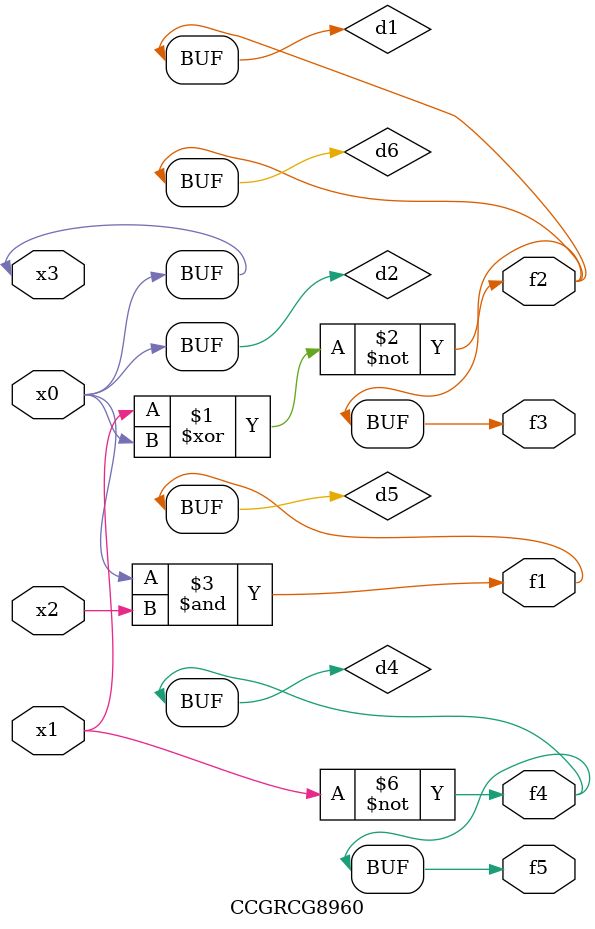
<source format=v>
module CCGRCG8960(
	input x0, x1, x2, x3,
	output f1, f2, f3, f4, f5
);

	wire d1, d2, d3, d4, d5, d6;

	xnor (d1, x1, x3);
	buf (d2, x0, x3);
	nand (d3, x0, x2);
	not (d4, x1);
	nand (d5, d3);
	or (d6, d1);
	assign f1 = d5;
	assign f2 = d6;
	assign f3 = d6;
	assign f4 = d4;
	assign f5 = d4;
endmodule

</source>
